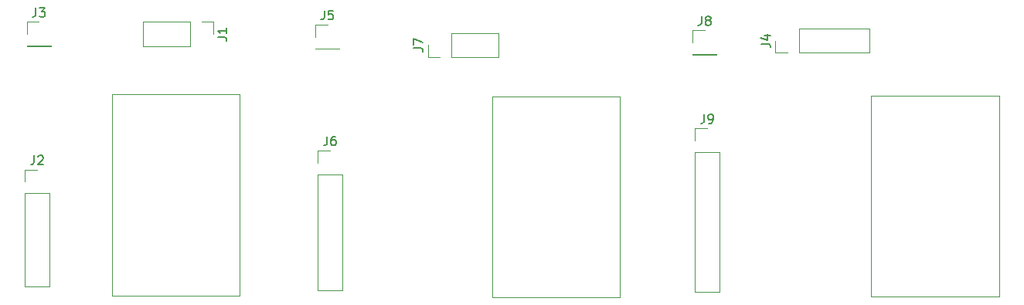
<source format=gbr>
%TF.GenerationSoftware,KiCad,Pcbnew,5.1.9-73d0e3b20d~88~ubuntu20.04.1*%
%TF.CreationDate,2021-01-19T19:28:40-06:00*%
%TF.ProjectId,typring-kicad,74797072-696e-4672-9d6b-696361642e6b,rev?*%
%TF.SameCoordinates,Original*%
%TF.FileFunction,Legend,Top*%
%TF.FilePolarity,Positive*%
%FSLAX46Y46*%
G04 Gerber Fmt 4.6, Leading zero omitted, Abs format (unit mm)*
G04 Created by KiCad (PCBNEW 5.1.9-73d0e3b20d~88~ubuntu20.04.1) date 2021-01-19 19:28:40*
%MOMM*%
%LPD*%
G01*
G04 APERTURE LIST*
%ADD10C,0.100000*%
%ADD11C,0.120000*%
%ADD12C,0.150000*%
G04 APERTURE END LIST*
D10*
X121777780Y-28146380D02*
X135780800Y-28146380D01*
X135780800Y-28146380D02*
X135780800Y-50163100D01*
X121777780Y-50163100D02*
X121777780Y-28146380D01*
X135780800Y-50163100D02*
X121777780Y-50163100D01*
X163277780Y-50063100D02*
X163277780Y-28046380D01*
X177280800Y-50063100D02*
X163277780Y-50063100D01*
X177280800Y-28046380D02*
X177280800Y-50063100D01*
X163277780Y-28046380D02*
X177280800Y-28046380D01*
X94096540Y-49954500D02*
X80093520Y-49954500D01*
X94096540Y-27937780D02*
X94096540Y-49954500D01*
X80093520Y-49954500D02*
X80093520Y-27937780D01*
X80093520Y-27937780D02*
X94096540Y-27937780D01*
D11*
%TO.C,J9*%
X143986780Y-31653692D02*
X145316780Y-31653692D01*
X143986780Y-32983692D02*
X143986780Y-31653692D01*
X143986780Y-34253692D02*
X146646780Y-34253692D01*
X146646780Y-34253692D02*
X146646780Y-49553692D01*
X143986780Y-34253692D02*
X143986780Y-49553692D01*
X143986780Y-49553692D02*
X146646780Y-49553692D01*
%TO.C,J8*%
X143701883Y-20903111D02*
X145031883Y-20903111D01*
X143701883Y-22233111D02*
X143701883Y-20903111D01*
X143701883Y-23503111D02*
X146361883Y-23503111D01*
X146361883Y-23503111D02*
X146361883Y-23563111D01*
X143701883Y-23503111D02*
X143701883Y-23563111D01*
X143701883Y-23563111D02*
X146361883Y-23563111D01*
%TO.C,J7*%
X122460000Y-23830000D02*
X122460000Y-21170000D01*
X117320000Y-23830000D02*
X122460000Y-23830000D01*
X117320000Y-21170000D02*
X122460000Y-21170000D01*
X117320000Y-23830000D02*
X117320000Y-21170000D01*
X116050000Y-23830000D02*
X114720000Y-23830000D01*
X114720000Y-23830000D02*
X114720000Y-22500000D01*
%TO.C,J6*%
X102670000Y-49430000D02*
X105330000Y-49430000D01*
X102670000Y-36670000D02*
X102670000Y-49430000D01*
X105330000Y-36670000D02*
X105330000Y-49430000D01*
X102670000Y-36670000D02*
X105330000Y-36670000D01*
X102670000Y-35400000D02*
X102670000Y-34070000D01*
X102670000Y-34070000D02*
X104000000Y-34070000D01*
%TO.C,J5*%
X102370000Y-22930000D02*
X105030000Y-22930000D01*
X102370000Y-22870000D02*
X102370000Y-22930000D01*
X105030000Y-22870000D02*
X105030000Y-22930000D01*
X102370000Y-22870000D02*
X105030000Y-22870000D01*
X102370000Y-21600000D02*
X102370000Y-20270000D01*
X102370000Y-20270000D02*
X103700000Y-20270000D01*
%TO.C,J4*%
X163068408Y-23363113D02*
X163068408Y-20703113D01*
X155388408Y-23363113D02*
X163068408Y-23363113D01*
X155388408Y-20703113D02*
X163068408Y-20703113D01*
X155388408Y-23363113D02*
X155388408Y-20703113D01*
X154118408Y-23363113D02*
X152788408Y-23363113D01*
X152788408Y-23363113D02*
X152788408Y-22033113D01*
%TO.C,J3*%
X70770000Y-22630000D02*
X73430000Y-22630000D01*
X70770000Y-22570000D02*
X70770000Y-22630000D01*
X73430000Y-22570000D02*
X73430000Y-22630000D01*
X70770000Y-22570000D02*
X73430000Y-22570000D01*
X70770000Y-21300000D02*
X70770000Y-19970000D01*
X70770000Y-19970000D02*
X72100000Y-19970000D01*
%TO.C,J2*%
X70570000Y-48990000D02*
X73230000Y-48990000D01*
X70570000Y-38770000D02*
X70570000Y-48990000D01*
X73230000Y-38770000D02*
X73230000Y-48990000D01*
X70570000Y-38770000D02*
X73230000Y-38770000D01*
X70570000Y-37500000D02*
X70570000Y-36170000D01*
X70570000Y-36170000D02*
X71900000Y-36170000D01*
%TO.C,J1*%
X83490000Y-19970000D02*
X83490000Y-22630000D01*
X88630000Y-19970000D02*
X83490000Y-19970000D01*
X88630000Y-22630000D02*
X83490000Y-22630000D01*
X88630000Y-19970000D02*
X88630000Y-22630000D01*
X89900000Y-19970000D02*
X91230000Y-19970000D01*
X91230000Y-19970000D02*
X91230000Y-21300000D01*
%TO.C,J9*%
D12*
X144983446Y-30106072D02*
X144983446Y-30820358D01*
X144935827Y-30963215D01*
X144840589Y-31058453D01*
X144697732Y-31106072D01*
X144602494Y-31106072D01*
X145507256Y-31106072D02*
X145697732Y-31106072D01*
X145792970Y-31058453D01*
X145840589Y-31010834D01*
X145935827Y-30867977D01*
X145983446Y-30677501D01*
X145983446Y-30296549D01*
X145935827Y-30201311D01*
X145888208Y-30153692D01*
X145792970Y-30106072D01*
X145602494Y-30106072D01*
X145507256Y-30153692D01*
X145459637Y-30201311D01*
X145412018Y-30296549D01*
X145412018Y-30534644D01*
X145459637Y-30629882D01*
X145507256Y-30677501D01*
X145602494Y-30725120D01*
X145792970Y-30725120D01*
X145888208Y-30677501D01*
X145935827Y-30629882D01*
X145983446Y-30534644D01*
%TO.C,J8*%
X144698549Y-19355491D02*
X144698549Y-20069777D01*
X144650930Y-20212634D01*
X144555692Y-20307872D01*
X144412835Y-20355491D01*
X144317597Y-20355491D01*
X145317597Y-19784063D02*
X145222359Y-19736444D01*
X145174740Y-19688825D01*
X145127121Y-19593587D01*
X145127121Y-19545968D01*
X145174740Y-19450730D01*
X145222359Y-19403111D01*
X145317597Y-19355491D01*
X145508073Y-19355491D01*
X145603311Y-19403111D01*
X145650930Y-19450730D01*
X145698549Y-19545968D01*
X145698549Y-19593587D01*
X145650930Y-19688825D01*
X145603311Y-19736444D01*
X145508073Y-19784063D01*
X145317597Y-19784063D01*
X145222359Y-19831682D01*
X145174740Y-19879301D01*
X145127121Y-19974539D01*
X145127121Y-20165015D01*
X145174740Y-20260253D01*
X145222359Y-20307872D01*
X145317597Y-20355491D01*
X145508073Y-20355491D01*
X145603311Y-20307872D01*
X145650930Y-20260253D01*
X145698549Y-20165015D01*
X145698549Y-19974539D01*
X145650930Y-19879301D01*
X145603311Y-19831682D01*
X145508073Y-19784063D01*
%TO.C,J7*%
X113172380Y-22833333D02*
X113886666Y-22833333D01*
X114029523Y-22880952D01*
X114124761Y-22976190D01*
X114172380Y-23119047D01*
X114172380Y-23214285D01*
X113172380Y-22452380D02*
X113172380Y-21785714D01*
X114172380Y-22214285D01*
%TO.C,J6*%
X103666666Y-32522380D02*
X103666666Y-33236666D01*
X103619047Y-33379523D01*
X103523809Y-33474761D01*
X103380952Y-33522380D01*
X103285714Y-33522380D01*
X104571428Y-32522380D02*
X104380952Y-32522380D01*
X104285714Y-32570000D01*
X104238095Y-32617619D01*
X104142857Y-32760476D01*
X104095238Y-32950952D01*
X104095238Y-33331904D01*
X104142857Y-33427142D01*
X104190476Y-33474761D01*
X104285714Y-33522380D01*
X104476190Y-33522380D01*
X104571428Y-33474761D01*
X104619047Y-33427142D01*
X104666666Y-33331904D01*
X104666666Y-33093809D01*
X104619047Y-32998571D01*
X104571428Y-32950952D01*
X104476190Y-32903333D01*
X104285714Y-32903333D01*
X104190476Y-32950952D01*
X104142857Y-32998571D01*
X104095238Y-33093809D01*
%TO.C,J5*%
X103366666Y-18722380D02*
X103366666Y-19436666D01*
X103319047Y-19579523D01*
X103223809Y-19674761D01*
X103080952Y-19722380D01*
X102985714Y-19722380D01*
X104319047Y-18722380D02*
X103842857Y-18722380D01*
X103795238Y-19198571D01*
X103842857Y-19150952D01*
X103938095Y-19103333D01*
X104176190Y-19103333D01*
X104271428Y-19150952D01*
X104319047Y-19198571D01*
X104366666Y-19293809D01*
X104366666Y-19531904D01*
X104319047Y-19627142D01*
X104271428Y-19674761D01*
X104176190Y-19722380D01*
X103938095Y-19722380D01*
X103842857Y-19674761D01*
X103795238Y-19627142D01*
%TO.C,J4*%
X151240788Y-22366446D02*
X151955074Y-22366446D01*
X152097931Y-22414065D01*
X152193169Y-22509303D01*
X152240788Y-22652160D01*
X152240788Y-22747398D01*
X151574122Y-21461684D02*
X152240788Y-21461684D01*
X151193169Y-21699779D02*
X151907455Y-21937874D01*
X151907455Y-21318827D01*
%TO.C,J3*%
X71766666Y-18422380D02*
X71766666Y-19136666D01*
X71719047Y-19279523D01*
X71623809Y-19374761D01*
X71480952Y-19422380D01*
X71385714Y-19422380D01*
X72147619Y-18422380D02*
X72766666Y-18422380D01*
X72433333Y-18803333D01*
X72576190Y-18803333D01*
X72671428Y-18850952D01*
X72719047Y-18898571D01*
X72766666Y-18993809D01*
X72766666Y-19231904D01*
X72719047Y-19327142D01*
X72671428Y-19374761D01*
X72576190Y-19422380D01*
X72290476Y-19422380D01*
X72195238Y-19374761D01*
X72147619Y-19327142D01*
%TO.C,J2*%
X71566666Y-34622380D02*
X71566666Y-35336666D01*
X71519047Y-35479523D01*
X71423809Y-35574761D01*
X71280952Y-35622380D01*
X71185714Y-35622380D01*
X71995238Y-34717619D02*
X72042857Y-34670000D01*
X72138095Y-34622380D01*
X72376190Y-34622380D01*
X72471428Y-34670000D01*
X72519047Y-34717619D01*
X72566666Y-34812857D01*
X72566666Y-34908095D01*
X72519047Y-35050952D01*
X71947619Y-35622380D01*
X72566666Y-35622380D01*
%TO.C,J1*%
X91682380Y-21633333D02*
X92396666Y-21633333D01*
X92539523Y-21680952D01*
X92634761Y-21776190D01*
X92682380Y-21919047D01*
X92682380Y-22014285D01*
X92682380Y-20633333D02*
X92682380Y-21204761D01*
X92682380Y-20919047D02*
X91682380Y-20919047D01*
X91825238Y-21014285D01*
X91920476Y-21109523D01*
X91968095Y-21204761D01*
%TD*%
M02*

</source>
